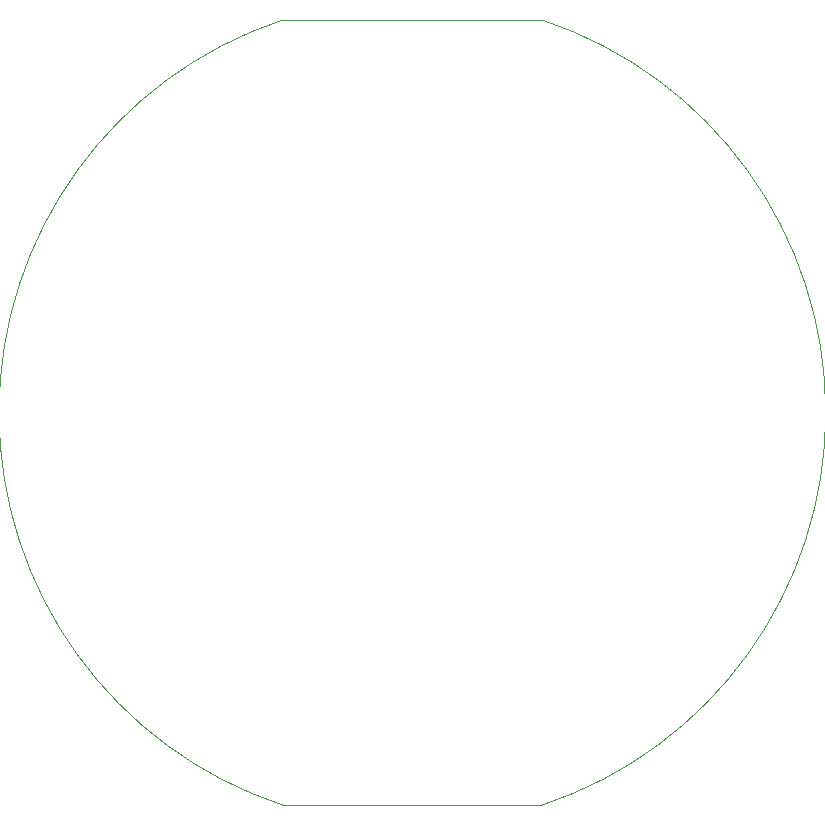
<source format=gbr>
G04 #@! TF.GenerationSoftware,KiCad,Pcbnew,(5.1.9-0-10_14)*
G04 #@! TF.CreationDate,2021-06-02T14:27:10-05:00*
G04 #@! TF.ProjectId,kbxIrBlaster,6b627849-7242-46c6-9173-7465722e6b69,rev?*
G04 #@! TF.SameCoordinates,Original*
G04 #@! TF.FileFunction,Profile,NP*
%FSLAX46Y46*%
G04 Gerber Fmt 4.6, Leading zero omitted, Abs format (unit mm)*
G04 Created by KiCad (PCBNEW (5.1.9-0-10_14)) date 2021-06-02 14:27:10*
%MOMM*%
%LPD*%
G01*
G04 APERTURE LIST*
G04 #@! TA.AperFunction,Profile*
%ADD10C,0.050000*%
G04 #@! TD*
G04 APERTURE END LIST*
D10*
X139020529Y-123233284D02*
G75*
G02*
X139000001Y-56773505I10979471J33233284D01*
G01*
X160979471Y-56766717D02*
G75*
G02*
X160999999Y-123226494I-10979471J-33233283D01*
G01*
X139020529Y-123233284D02*
X160999999Y-123226494D01*
X160979471Y-56766717D02*
X139000001Y-56773505D01*
M02*

</source>
